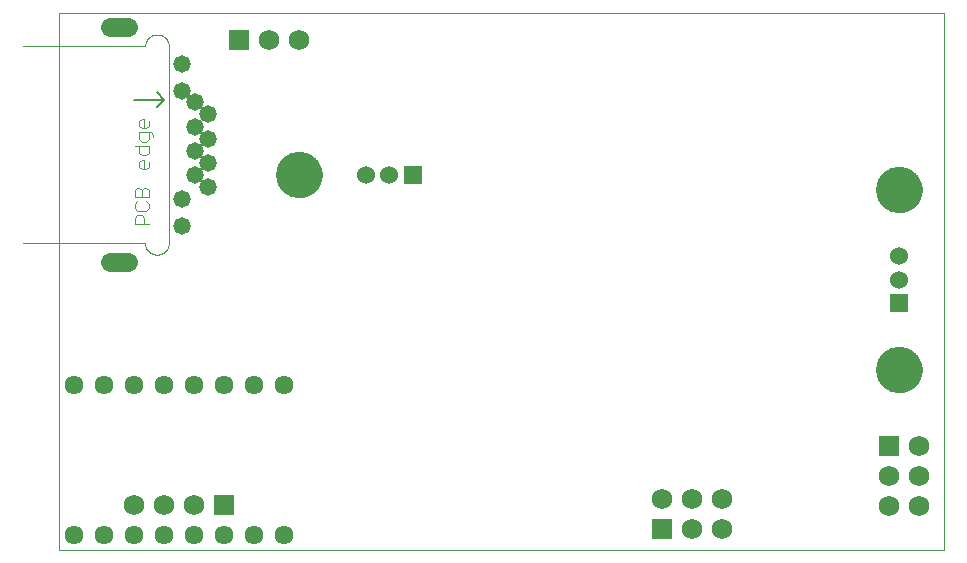
<source format=gbs>
G75*
%MOIN*%
%OFA0B0*%
%FSLAX25Y25*%
%IPPOS*%
%LPD*%
%AMOC8*
5,1,8,0,0,1.08239X$1,22.5*
%
%ADD10C,0.00000*%
%ADD11C,0.15350*%
%ADD12R,0.05950X0.05950*%
%ADD13C,0.06000*%
%ADD14C,0.06306*%
%ADD15C,0.05800*%
%ADD16C,0.00100*%
%ADD17C,0.00500*%
%ADD18C,0.00400*%
%ADD19R,0.06900X0.06900*%
%ADD20C,0.06900*%
%ADD21C,0.06343*%
D10*
X0013250Y0007846D02*
X0013250Y0186547D01*
X0308171Y0186547D01*
X0308171Y0007846D01*
X0013250Y0007846D01*
X0085775Y0132846D02*
X0085777Y0133029D01*
X0085784Y0133213D01*
X0085795Y0133396D01*
X0085811Y0133579D01*
X0085831Y0133761D01*
X0085856Y0133943D01*
X0085885Y0134124D01*
X0085919Y0134304D01*
X0085957Y0134484D01*
X0085999Y0134662D01*
X0086046Y0134840D01*
X0086097Y0135016D01*
X0086152Y0135191D01*
X0086212Y0135364D01*
X0086276Y0135536D01*
X0086344Y0135707D01*
X0086416Y0135875D01*
X0086493Y0136042D01*
X0086573Y0136207D01*
X0086658Y0136370D01*
X0086746Y0136530D01*
X0086838Y0136689D01*
X0086935Y0136845D01*
X0087035Y0136999D01*
X0087139Y0137150D01*
X0087246Y0137299D01*
X0087357Y0137445D01*
X0087472Y0137588D01*
X0087590Y0137728D01*
X0087711Y0137866D01*
X0087836Y0138000D01*
X0087964Y0138132D01*
X0088096Y0138260D01*
X0088230Y0138385D01*
X0088368Y0138506D01*
X0088508Y0138624D01*
X0088651Y0138739D01*
X0088797Y0138850D01*
X0088946Y0138957D01*
X0089097Y0139061D01*
X0089251Y0139161D01*
X0089407Y0139258D01*
X0089566Y0139350D01*
X0089726Y0139438D01*
X0089889Y0139523D01*
X0090054Y0139603D01*
X0090221Y0139680D01*
X0090389Y0139752D01*
X0090560Y0139820D01*
X0090732Y0139884D01*
X0090905Y0139944D01*
X0091080Y0139999D01*
X0091256Y0140050D01*
X0091434Y0140097D01*
X0091612Y0140139D01*
X0091792Y0140177D01*
X0091972Y0140211D01*
X0092153Y0140240D01*
X0092335Y0140265D01*
X0092517Y0140285D01*
X0092700Y0140301D01*
X0092883Y0140312D01*
X0093067Y0140319D01*
X0093250Y0140321D01*
X0093433Y0140319D01*
X0093617Y0140312D01*
X0093800Y0140301D01*
X0093983Y0140285D01*
X0094165Y0140265D01*
X0094347Y0140240D01*
X0094528Y0140211D01*
X0094708Y0140177D01*
X0094888Y0140139D01*
X0095066Y0140097D01*
X0095244Y0140050D01*
X0095420Y0139999D01*
X0095595Y0139944D01*
X0095768Y0139884D01*
X0095940Y0139820D01*
X0096111Y0139752D01*
X0096279Y0139680D01*
X0096446Y0139603D01*
X0096611Y0139523D01*
X0096774Y0139438D01*
X0096934Y0139350D01*
X0097093Y0139258D01*
X0097249Y0139161D01*
X0097403Y0139061D01*
X0097554Y0138957D01*
X0097703Y0138850D01*
X0097849Y0138739D01*
X0097992Y0138624D01*
X0098132Y0138506D01*
X0098270Y0138385D01*
X0098404Y0138260D01*
X0098536Y0138132D01*
X0098664Y0138000D01*
X0098789Y0137866D01*
X0098910Y0137728D01*
X0099028Y0137588D01*
X0099143Y0137445D01*
X0099254Y0137299D01*
X0099361Y0137150D01*
X0099465Y0136999D01*
X0099565Y0136845D01*
X0099662Y0136689D01*
X0099754Y0136530D01*
X0099842Y0136370D01*
X0099927Y0136207D01*
X0100007Y0136042D01*
X0100084Y0135875D01*
X0100156Y0135707D01*
X0100224Y0135536D01*
X0100288Y0135364D01*
X0100348Y0135191D01*
X0100403Y0135016D01*
X0100454Y0134840D01*
X0100501Y0134662D01*
X0100543Y0134484D01*
X0100581Y0134304D01*
X0100615Y0134124D01*
X0100644Y0133943D01*
X0100669Y0133761D01*
X0100689Y0133579D01*
X0100705Y0133396D01*
X0100716Y0133213D01*
X0100723Y0133029D01*
X0100725Y0132846D01*
X0100723Y0132663D01*
X0100716Y0132479D01*
X0100705Y0132296D01*
X0100689Y0132113D01*
X0100669Y0131931D01*
X0100644Y0131749D01*
X0100615Y0131568D01*
X0100581Y0131388D01*
X0100543Y0131208D01*
X0100501Y0131030D01*
X0100454Y0130852D01*
X0100403Y0130676D01*
X0100348Y0130501D01*
X0100288Y0130328D01*
X0100224Y0130156D01*
X0100156Y0129985D01*
X0100084Y0129817D01*
X0100007Y0129650D01*
X0099927Y0129485D01*
X0099842Y0129322D01*
X0099754Y0129162D01*
X0099662Y0129003D01*
X0099565Y0128847D01*
X0099465Y0128693D01*
X0099361Y0128542D01*
X0099254Y0128393D01*
X0099143Y0128247D01*
X0099028Y0128104D01*
X0098910Y0127964D01*
X0098789Y0127826D01*
X0098664Y0127692D01*
X0098536Y0127560D01*
X0098404Y0127432D01*
X0098270Y0127307D01*
X0098132Y0127186D01*
X0097992Y0127068D01*
X0097849Y0126953D01*
X0097703Y0126842D01*
X0097554Y0126735D01*
X0097403Y0126631D01*
X0097249Y0126531D01*
X0097093Y0126434D01*
X0096934Y0126342D01*
X0096774Y0126254D01*
X0096611Y0126169D01*
X0096446Y0126089D01*
X0096279Y0126012D01*
X0096111Y0125940D01*
X0095940Y0125872D01*
X0095768Y0125808D01*
X0095595Y0125748D01*
X0095420Y0125693D01*
X0095244Y0125642D01*
X0095066Y0125595D01*
X0094888Y0125553D01*
X0094708Y0125515D01*
X0094528Y0125481D01*
X0094347Y0125452D01*
X0094165Y0125427D01*
X0093983Y0125407D01*
X0093800Y0125391D01*
X0093617Y0125380D01*
X0093433Y0125373D01*
X0093250Y0125371D01*
X0093067Y0125373D01*
X0092883Y0125380D01*
X0092700Y0125391D01*
X0092517Y0125407D01*
X0092335Y0125427D01*
X0092153Y0125452D01*
X0091972Y0125481D01*
X0091792Y0125515D01*
X0091612Y0125553D01*
X0091434Y0125595D01*
X0091256Y0125642D01*
X0091080Y0125693D01*
X0090905Y0125748D01*
X0090732Y0125808D01*
X0090560Y0125872D01*
X0090389Y0125940D01*
X0090221Y0126012D01*
X0090054Y0126089D01*
X0089889Y0126169D01*
X0089726Y0126254D01*
X0089566Y0126342D01*
X0089407Y0126434D01*
X0089251Y0126531D01*
X0089097Y0126631D01*
X0088946Y0126735D01*
X0088797Y0126842D01*
X0088651Y0126953D01*
X0088508Y0127068D01*
X0088368Y0127186D01*
X0088230Y0127307D01*
X0088096Y0127432D01*
X0087964Y0127560D01*
X0087836Y0127692D01*
X0087711Y0127826D01*
X0087590Y0127964D01*
X0087472Y0128104D01*
X0087357Y0128247D01*
X0087246Y0128393D01*
X0087139Y0128542D01*
X0087035Y0128693D01*
X0086935Y0128847D01*
X0086838Y0129003D01*
X0086746Y0129162D01*
X0086658Y0129322D01*
X0086573Y0129485D01*
X0086493Y0129650D01*
X0086416Y0129817D01*
X0086344Y0129985D01*
X0086276Y0130156D01*
X0086212Y0130328D01*
X0086152Y0130501D01*
X0086097Y0130676D01*
X0086046Y0130852D01*
X0085999Y0131030D01*
X0085957Y0131208D01*
X0085919Y0131388D01*
X0085885Y0131568D01*
X0085856Y0131749D01*
X0085831Y0131931D01*
X0085811Y0132113D01*
X0085795Y0132296D01*
X0085784Y0132479D01*
X0085777Y0132663D01*
X0085775Y0132846D01*
X0285775Y0127846D02*
X0285777Y0128029D01*
X0285784Y0128213D01*
X0285795Y0128396D01*
X0285811Y0128579D01*
X0285831Y0128761D01*
X0285856Y0128943D01*
X0285885Y0129124D01*
X0285919Y0129304D01*
X0285957Y0129484D01*
X0285999Y0129662D01*
X0286046Y0129840D01*
X0286097Y0130016D01*
X0286152Y0130191D01*
X0286212Y0130364D01*
X0286276Y0130536D01*
X0286344Y0130707D01*
X0286416Y0130875D01*
X0286493Y0131042D01*
X0286573Y0131207D01*
X0286658Y0131370D01*
X0286746Y0131530D01*
X0286838Y0131689D01*
X0286935Y0131845D01*
X0287035Y0131999D01*
X0287139Y0132150D01*
X0287246Y0132299D01*
X0287357Y0132445D01*
X0287472Y0132588D01*
X0287590Y0132728D01*
X0287711Y0132866D01*
X0287836Y0133000D01*
X0287964Y0133132D01*
X0288096Y0133260D01*
X0288230Y0133385D01*
X0288368Y0133506D01*
X0288508Y0133624D01*
X0288651Y0133739D01*
X0288797Y0133850D01*
X0288946Y0133957D01*
X0289097Y0134061D01*
X0289251Y0134161D01*
X0289407Y0134258D01*
X0289566Y0134350D01*
X0289726Y0134438D01*
X0289889Y0134523D01*
X0290054Y0134603D01*
X0290221Y0134680D01*
X0290389Y0134752D01*
X0290560Y0134820D01*
X0290732Y0134884D01*
X0290905Y0134944D01*
X0291080Y0134999D01*
X0291256Y0135050D01*
X0291434Y0135097D01*
X0291612Y0135139D01*
X0291792Y0135177D01*
X0291972Y0135211D01*
X0292153Y0135240D01*
X0292335Y0135265D01*
X0292517Y0135285D01*
X0292700Y0135301D01*
X0292883Y0135312D01*
X0293067Y0135319D01*
X0293250Y0135321D01*
X0293433Y0135319D01*
X0293617Y0135312D01*
X0293800Y0135301D01*
X0293983Y0135285D01*
X0294165Y0135265D01*
X0294347Y0135240D01*
X0294528Y0135211D01*
X0294708Y0135177D01*
X0294888Y0135139D01*
X0295066Y0135097D01*
X0295244Y0135050D01*
X0295420Y0134999D01*
X0295595Y0134944D01*
X0295768Y0134884D01*
X0295940Y0134820D01*
X0296111Y0134752D01*
X0296279Y0134680D01*
X0296446Y0134603D01*
X0296611Y0134523D01*
X0296774Y0134438D01*
X0296934Y0134350D01*
X0297093Y0134258D01*
X0297249Y0134161D01*
X0297403Y0134061D01*
X0297554Y0133957D01*
X0297703Y0133850D01*
X0297849Y0133739D01*
X0297992Y0133624D01*
X0298132Y0133506D01*
X0298270Y0133385D01*
X0298404Y0133260D01*
X0298536Y0133132D01*
X0298664Y0133000D01*
X0298789Y0132866D01*
X0298910Y0132728D01*
X0299028Y0132588D01*
X0299143Y0132445D01*
X0299254Y0132299D01*
X0299361Y0132150D01*
X0299465Y0131999D01*
X0299565Y0131845D01*
X0299662Y0131689D01*
X0299754Y0131530D01*
X0299842Y0131370D01*
X0299927Y0131207D01*
X0300007Y0131042D01*
X0300084Y0130875D01*
X0300156Y0130707D01*
X0300224Y0130536D01*
X0300288Y0130364D01*
X0300348Y0130191D01*
X0300403Y0130016D01*
X0300454Y0129840D01*
X0300501Y0129662D01*
X0300543Y0129484D01*
X0300581Y0129304D01*
X0300615Y0129124D01*
X0300644Y0128943D01*
X0300669Y0128761D01*
X0300689Y0128579D01*
X0300705Y0128396D01*
X0300716Y0128213D01*
X0300723Y0128029D01*
X0300725Y0127846D01*
X0300723Y0127663D01*
X0300716Y0127479D01*
X0300705Y0127296D01*
X0300689Y0127113D01*
X0300669Y0126931D01*
X0300644Y0126749D01*
X0300615Y0126568D01*
X0300581Y0126388D01*
X0300543Y0126208D01*
X0300501Y0126030D01*
X0300454Y0125852D01*
X0300403Y0125676D01*
X0300348Y0125501D01*
X0300288Y0125328D01*
X0300224Y0125156D01*
X0300156Y0124985D01*
X0300084Y0124817D01*
X0300007Y0124650D01*
X0299927Y0124485D01*
X0299842Y0124322D01*
X0299754Y0124162D01*
X0299662Y0124003D01*
X0299565Y0123847D01*
X0299465Y0123693D01*
X0299361Y0123542D01*
X0299254Y0123393D01*
X0299143Y0123247D01*
X0299028Y0123104D01*
X0298910Y0122964D01*
X0298789Y0122826D01*
X0298664Y0122692D01*
X0298536Y0122560D01*
X0298404Y0122432D01*
X0298270Y0122307D01*
X0298132Y0122186D01*
X0297992Y0122068D01*
X0297849Y0121953D01*
X0297703Y0121842D01*
X0297554Y0121735D01*
X0297403Y0121631D01*
X0297249Y0121531D01*
X0297093Y0121434D01*
X0296934Y0121342D01*
X0296774Y0121254D01*
X0296611Y0121169D01*
X0296446Y0121089D01*
X0296279Y0121012D01*
X0296111Y0120940D01*
X0295940Y0120872D01*
X0295768Y0120808D01*
X0295595Y0120748D01*
X0295420Y0120693D01*
X0295244Y0120642D01*
X0295066Y0120595D01*
X0294888Y0120553D01*
X0294708Y0120515D01*
X0294528Y0120481D01*
X0294347Y0120452D01*
X0294165Y0120427D01*
X0293983Y0120407D01*
X0293800Y0120391D01*
X0293617Y0120380D01*
X0293433Y0120373D01*
X0293250Y0120371D01*
X0293067Y0120373D01*
X0292883Y0120380D01*
X0292700Y0120391D01*
X0292517Y0120407D01*
X0292335Y0120427D01*
X0292153Y0120452D01*
X0291972Y0120481D01*
X0291792Y0120515D01*
X0291612Y0120553D01*
X0291434Y0120595D01*
X0291256Y0120642D01*
X0291080Y0120693D01*
X0290905Y0120748D01*
X0290732Y0120808D01*
X0290560Y0120872D01*
X0290389Y0120940D01*
X0290221Y0121012D01*
X0290054Y0121089D01*
X0289889Y0121169D01*
X0289726Y0121254D01*
X0289566Y0121342D01*
X0289407Y0121434D01*
X0289251Y0121531D01*
X0289097Y0121631D01*
X0288946Y0121735D01*
X0288797Y0121842D01*
X0288651Y0121953D01*
X0288508Y0122068D01*
X0288368Y0122186D01*
X0288230Y0122307D01*
X0288096Y0122432D01*
X0287964Y0122560D01*
X0287836Y0122692D01*
X0287711Y0122826D01*
X0287590Y0122964D01*
X0287472Y0123104D01*
X0287357Y0123247D01*
X0287246Y0123393D01*
X0287139Y0123542D01*
X0287035Y0123693D01*
X0286935Y0123847D01*
X0286838Y0124003D01*
X0286746Y0124162D01*
X0286658Y0124322D01*
X0286573Y0124485D01*
X0286493Y0124650D01*
X0286416Y0124817D01*
X0286344Y0124985D01*
X0286276Y0125156D01*
X0286212Y0125328D01*
X0286152Y0125501D01*
X0286097Y0125676D01*
X0286046Y0125852D01*
X0285999Y0126030D01*
X0285957Y0126208D01*
X0285919Y0126388D01*
X0285885Y0126568D01*
X0285856Y0126749D01*
X0285831Y0126931D01*
X0285811Y0127113D01*
X0285795Y0127296D01*
X0285784Y0127479D01*
X0285777Y0127663D01*
X0285775Y0127846D01*
X0285775Y0067846D02*
X0285777Y0068029D01*
X0285784Y0068213D01*
X0285795Y0068396D01*
X0285811Y0068579D01*
X0285831Y0068761D01*
X0285856Y0068943D01*
X0285885Y0069124D01*
X0285919Y0069304D01*
X0285957Y0069484D01*
X0285999Y0069662D01*
X0286046Y0069840D01*
X0286097Y0070016D01*
X0286152Y0070191D01*
X0286212Y0070364D01*
X0286276Y0070536D01*
X0286344Y0070707D01*
X0286416Y0070875D01*
X0286493Y0071042D01*
X0286573Y0071207D01*
X0286658Y0071370D01*
X0286746Y0071530D01*
X0286838Y0071689D01*
X0286935Y0071845D01*
X0287035Y0071999D01*
X0287139Y0072150D01*
X0287246Y0072299D01*
X0287357Y0072445D01*
X0287472Y0072588D01*
X0287590Y0072728D01*
X0287711Y0072866D01*
X0287836Y0073000D01*
X0287964Y0073132D01*
X0288096Y0073260D01*
X0288230Y0073385D01*
X0288368Y0073506D01*
X0288508Y0073624D01*
X0288651Y0073739D01*
X0288797Y0073850D01*
X0288946Y0073957D01*
X0289097Y0074061D01*
X0289251Y0074161D01*
X0289407Y0074258D01*
X0289566Y0074350D01*
X0289726Y0074438D01*
X0289889Y0074523D01*
X0290054Y0074603D01*
X0290221Y0074680D01*
X0290389Y0074752D01*
X0290560Y0074820D01*
X0290732Y0074884D01*
X0290905Y0074944D01*
X0291080Y0074999D01*
X0291256Y0075050D01*
X0291434Y0075097D01*
X0291612Y0075139D01*
X0291792Y0075177D01*
X0291972Y0075211D01*
X0292153Y0075240D01*
X0292335Y0075265D01*
X0292517Y0075285D01*
X0292700Y0075301D01*
X0292883Y0075312D01*
X0293067Y0075319D01*
X0293250Y0075321D01*
X0293433Y0075319D01*
X0293617Y0075312D01*
X0293800Y0075301D01*
X0293983Y0075285D01*
X0294165Y0075265D01*
X0294347Y0075240D01*
X0294528Y0075211D01*
X0294708Y0075177D01*
X0294888Y0075139D01*
X0295066Y0075097D01*
X0295244Y0075050D01*
X0295420Y0074999D01*
X0295595Y0074944D01*
X0295768Y0074884D01*
X0295940Y0074820D01*
X0296111Y0074752D01*
X0296279Y0074680D01*
X0296446Y0074603D01*
X0296611Y0074523D01*
X0296774Y0074438D01*
X0296934Y0074350D01*
X0297093Y0074258D01*
X0297249Y0074161D01*
X0297403Y0074061D01*
X0297554Y0073957D01*
X0297703Y0073850D01*
X0297849Y0073739D01*
X0297992Y0073624D01*
X0298132Y0073506D01*
X0298270Y0073385D01*
X0298404Y0073260D01*
X0298536Y0073132D01*
X0298664Y0073000D01*
X0298789Y0072866D01*
X0298910Y0072728D01*
X0299028Y0072588D01*
X0299143Y0072445D01*
X0299254Y0072299D01*
X0299361Y0072150D01*
X0299465Y0071999D01*
X0299565Y0071845D01*
X0299662Y0071689D01*
X0299754Y0071530D01*
X0299842Y0071370D01*
X0299927Y0071207D01*
X0300007Y0071042D01*
X0300084Y0070875D01*
X0300156Y0070707D01*
X0300224Y0070536D01*
X0300288Y0070364D01*
X0300348Y0070191D01*
X0300403Y0070016D01*
X0300454Y0069840D01*
X0300501Y0069662D01*
X0300543Y0069484D01*
X0300581Y0069304D01*
X0300615Y0069124D01*
X0300644Y0068943D01*
X0300669Y0068761D01*
X0300689Y0068579D01*
X0300705Y0068396D01*
X0300716Y0068213D01*
X0300723Y0068029D01*
X0300725Y0067846D01*
X0300723Y0067663D01*
X0300716Y0067479D01*
X0300705Y0067296D01*
X0300689Y0067113D01*
X0300669Y0066931D01*
X0300644Y0066749D01*
X0300615Y0066568D01*
X0300581Y0066388D01*
X0300543Y0066208D01*
X0300501Y0066030D01*
X0300454Y0065852D01*
X0300403Y0065676D01*
X0300348Y0065501D01*
X0300288Y0065328D01*
X0300224Y0065156D01*
X0300156Y0064985D01*
X0300084Y0064817D01*
X0300007Y0064650D01*
X0299927Y0064485D01*
X0299842Y0064322D01*
X0299754Y0064162D01*
X0299662Y0064003D01*
X0299565Y0063847D01*
X0299465Y0063693D01*
X0299361Y0063542D01*
X0299254Y0063393D01*
X0299143Y0063247D01*
X0299028Y0063104D01*
X0298910Y0062964D01*
X0298789Y0062826D01*
X0298664Y0062692D01*
X0298536Y0062560D01*
X0298404Y0062432D01*
X0298270Y0062307D01*
X0298132Y0062186D01*
X0297992Y0062068D01*
X0297849Y0061953D01*
X0297703Y0061842D01*
X0297554Y0061735D01*
X0297403Y0061631D01*
X0297249Y0061531D01*
X0297093Y0061434D01*
X0296934Y0061342D01*
X0296774Y0061254D01*
X0296611Y0061169D01*
X0296446Y0061089D01*
X0296279Y0061012D01*
X0296111Y0060940D01*
X0295940Y0060872D01*
X0295768Y0060808D01*
X0295595Y0060748D01*
X0295420Y0060693D01*
X0295244Y0060642D01*
X0295066Y0060595D01*
X0294888Y0060553D01*
X0294708Y0060515D01*
X0294528Y0060481D01*
X0294347Y0060452D01*
X0294165Y0060427D01*
X0293983Y0060407D01*
X0293800Y0060391D01*
X0293617Y0060380D01*
X0293433Y0060373D01*
X0293250Y0060371D01*
X0293067Y0060373D01*
X0292883Y0060380D01*
X0292700Y0060391D01*
X0292517Y0060407D01*
X0292335Y0060427D01*
X0292153Y0060452D01*
X0291972Y0060481D01*
X0291792Y0060515D01*
X0291612Y0060553D01*
X0291434Y0060595D01*
X0291256Y0060642D01*
X0291080Y0060693D01*
X0290905Y0060748D01*
X0290732Y0060808D01*
X0290560Y0060872D01*
X0290389Y0060940D01*
X0290221Y0061012D01*
X0290054Y0061089D01*
X0289889Y0061169D01*
X0289726Y0061254D01*
X0289566Y0061342D01*
X0289407Y0061434D01*
X0289251Y0061531D01*
X0289097Y0061631D01*
X0288946Y0061735D01*
X0288797Y0061842D01*
X0288651Y0061953D01*
X0288508Y0062068D01*
X0288368Y0062186D01*
X0288230Y0062307D01*
X0288096Y0062432D01*
X0287964Y0062560D01*
X0287836Y0062692D01*
X0287711Y0062826D01*
X0287590Y0062964D01*
X0287472Y0063104D01*
X0287357Y0063247D01*
X0287246Y0063393D01*
X0287139Y0063542D01*
X0287035Y0063693D01*
X0286935Y0063847D01*
X0286838Y0064003D01*
X0286746Y0064162D01*
X0286658Y0064322D01*
X0286573Y0064485D01*
X0286493Y0064650D01*
X0286416Y0064817D01*
X0286344Y0064985D01*
X0286276Y0065156D01*
X0286212Y0065328D01*
X0286152Y0065501D01*
X0286097Y0065676D01*
X0286046Y0065852D01*
X0285999Y0066030D01*
X0285957Y0066208D01*
X0285919Y0066388D01*
X0285885Y0066568D01*
X0285856Y0066749D01*
X0285831Y0066931D01*
X0285811Y0067113D01*
X0285795Y0067296D01*
X0285784Y0067479D01*
X0285777Y0067663D01*
X0285775Y0067846D01*
D11*
X0293250Y0067846D03*
X0293250Y0127846D03*
X0093250Y0132846D03*
D12*
X0131124Y0132846D03*
X0293250Y0089972D03*
D13*
X0293250Y0097846D03*
X0293250Y0105720D03*
X0123250Y0132846D03*
X0115376Y0132846D03*
D14*
X0036203Y0103791D02*
X0030297Y0103791D01*
X0030297Y0181901D02*
X0036203Y0181901D01*
D15*
X0054195Y0169854D03*
X0054195Y0160838D03*
X0058447Y0156901D03*
X0062778Y0152885D03*
X0058447Y0148870D03*
X0062778Y0144854D03*
X0058447Y0140838D03*
X0062778Y0136822D03*
X0058447Y0132807D03*
X0062778Y0128791D03*
X0054195Y0124854D03*
X0054195Y0115838D03*
D16*
X0049785Y0110087D02*
X0049785Y0175611D01*
X0049786Y0175611D02*
X0049784Y0175734D01*
X0049778Y0175858D01*
X0049769Y0175981D01*
X0049755Y0176103D01*
X0049738Y0176225D01*
X0049716Y0176347D01*
X0049691Y0176468D01*
X0049663Y0176588D01*
X0049630Y0176707D01*
X0049594Y0176825D01*
X0049554Y0176942D01*
X0049510Y0177057D01*
X0049463Y0177171D01*
X0049412Y0177283D01*
X0049358Y0177394D01*
X0049300Y0177503D01*
X0049239Y0177611D01*
X0049175Y0177716D01*
X0049107Y0177819D01*
X0049036Y0177920D01*
X0048962Y0178018D01*
X0048885Y0178115D01*
X0048804Y0178209D01*
X0048721Y0178300D01*
X0048636Y0178389D01*
X0048547Y0178474D01*
X0048456Y0178557D01*
X0048362Y0178638D01*
X0048265Y0178715D01*
X0048167Y0178789D01*
X0048066Y0178860D01*
X0047963Y0178928D01*
X0047858Y0178992D01*
X0047750Y0179053D01*
X0047641Y0179111D01*
X0047530Y0179165D01*
X0047418Y0179216D01*
X0047304Y0179263D01*
X0047189Y0179307D01*
X0047072Y0179347D01*
X0046954Y0179383D01*
X0046835Y0179416D01*
X0046715Y0179444D01*
X0046594Y0179469D01*
X0046472Y0179491D01*
X0046350Y0179508D01*
X0046228Y0179522D01*
X0046105Y0179531D01*
X0045981Y0179537D01*
X0045858Y0179539D01*
X0045848Y0179539D01*
X0045849Y0179539D02*
X0045726Y0179538D01*
X0045603Y0179532D01*
X0045480Y0179523D01*
X0045358Y0179511D01*
X0045236Y0179494D01*
X0045114Y0179473D01*
X0044994Y0179449D01*
X0044874Y0179421D01*
X0044755Y0179389D01*
X0044637Y0179353D01*
X0044521Y0179314D01*
X0044405Y0179271D01*
X0044291Y0179225D01*
X0044179Y0179175D01*
X0044068Y0179121D01*
X0043959Y0179064D01*
X0043852Y0179004D01*
X0043747Y0178940D01*
X0043644Y0178873D01*
X0043543Y0178802D01*
X0043444Y0178729D01*
X0043347Y0178653D01*
X0043253Y0178573D01*
X0043162Y0178491D01*
X0043073Y0178406D01*
X0042987Y0178318D01*
X0042904Y0178227D01*
X0042823Y0178134D01*
X0042746Y0178038D01*
X0042672Y0177940D01*
X0042600Y0177840D01*
X0042532Y0177737D01*
X0042468Y0177633D01*
X0042406Y0177526D01*
X0042348Y0177418D01*
X0042293Y0177308D01*
X0042242Y0177196D01*
X0042194Y0177082D01*
X0042150Y0176967D01*
X0042110Y0176851D01*
X0042073Y0176734D01*
X0042040Y0176615D01*
X0042011Y0176496D01*
X0041985Y0176375D01*
X0041963Y0176254D01*
X0041945Y0176132D01*
X0041931Y0176010D01*
X0041921Y0175888D01*
X0041915Y0175765D01*
X0041912Y0175642D01*
X0041911Y0175641D02*
X0001242Y0175641D01*
X0001242Y0110051D02*
X0041819Y0110051D01*
X0041823Y0109927D01*
X0041831Y0109802D01*
X0041842Y0109678D01*
X0041858Y0109555D01*
X0041878Y0109432D01*
X0041901Y0109310D01*
X0041928Y0109188D01*
X0041959Y0109067D01*
X0041994Y0108948D01*
X0042033Y0108830D01*
X0042075Y0108712D01*
X0042121Y0108597D01*
X0042171Y0108482D01*
X0042224Y0108370D01*
X0042280Y0108259D01*
X0042341Y0108150D01*
X0042404Y0108043D01*
X0042471Y0107938D01*
X0042541Y0107835D01*
X0042614Y0107734D01*
X0042691Y0107636D01*
X0042770Y0107540D01*
X0042853Y0107446D01*
X0042938Y0107356D01*
X0043026Y0107268D01*
X0043117Y0107183D01*
X0043210Y0107100D01*
X0043306Y0107021D01*
X0043405Y0106945D01*
X0043506Y0106872D01*
X0043609Y0106802D01*
X0043714Y0106735D01*
X0043821Y0106672D01*
X0043930Y0106612D01*
X0044041Y0106556D01*
X0044154Y0106503D01*
X0044268Y0106453D01*
X0044384Y0106408D01*
X0044501Y0106366D01*
X0044620Y0106327D01*
X0044740Y0106293D01*
X0044860Y0106262D01*
X0044982Y0106235D01*
X0045104Y0106211D01*
X0045227Y0106192D01*
X0045351Y0106177D01*
X0045475Y0106165D01*
X0045599Y0106157D01*
X0045723Y0106153D01*
X0045848Y0106154D01*
X0045848Y0106153D02*
X0045851Y0106153D01*
X0045975Y0106155D01*
X0046098Y0106161D01*
X0046221Y0106170D01*
X0046344Y0106184D01*
X0046466Y0106201D01*
X0046588Y0106223D01*
X0046709Y0106248D01*
X0046829Y0106277D01*
X0046949Y0106309D01*
X0047067Y0106346D01*
X0047184Y0106386D01*
X0047299Y0106429D01*
X0047413Y0106477D01*
X0047526Y0106527D01*
X0047637Y0106582D01*
X0047746Y0106640D01*
X0047854Y0106701D01*
X0047959Y0106765D01*
X0048062Y0106833D01*
X0048163Y0106904D01*
X0048262Y0106979D01*
X0048359Y0107056D01*
X0048453Y0107136D01*
X0048544Y0107219D01*
X0048633Y0107305D01*
X0048719Y0107394D01*
X0048802Y0107485D01*
X0048882Y0107579D01*
X0048959Y0107676D01*
X0049034Y0107775D01*
X0049105Y0107876D01*
X0049173Y0107979D01*
X0049237Y0108084D01*
X0049298Y0108192D01*
X0049356Y0108301D01*
X0049411Y0108412D01*
X0049461Y0108525D01*
X0049509Y0108639D01*
X0049552Y0108754D01*
X0049592Y0108871D01*
X0049629Y0108989D01*
X0049661Y0109109D01*
X0049690Y0109229D01*
X0049715Y0109350D01*
X0049737Y0109472D01*
X0049754Y0109594D01*
X0049768Y0109717D01*
X0049777Y0109840D01*
X0049783Y0109963D01*
X0049785Y0110087D01*
D17*
X0045750Y0155346D02*
X0048250Y0157846D01*
X0045750Y0160346D01*
X0048250Y0157846D02*
X0038250Y0157846D01*
D18*
X0040748Y0151511D02*
X0041515Y0151511D01*
X0041515Y0148442D01*
X0040748Y0148442D02*
X0039981Y0149209D01*
X0039981Y0150744D01*
X0040748Y0151511D01*
X0043050Y0150744D02*
X0043050Y0149209D01*
X0042283Y0148442D01*
X0040748Y0148442D01*
X0039981Y0146907D02*
X0039981Y0144605D01*
X0040748Y0143838D01*
X0042283Y0143838D01*
X0043050Y0144605D01*
X0043050Y0146907D01*
X0043817Y0146907D02*
X0039981Y0146907D01*
X0043817Y0146907D02*
X0044585Y0146140D01*
X0044585Y0145373D01*
X0043050Y0142303D02*
X0038446Y0142303D01*
X0039981Y0142303D02*
X0039981Y0140001D01*
X0040748Y0139234D01*
X0042283Y0139234D01*
X0043050Y0140001D01*
X0043050Y0142303D01*
X0041515Y0137700D02*
X0041515Y0134630D01*
X0040748Y0134630D02*
X0039981Y0135398D01*
X0039981Y0136932D01*
X0040748Y0137700D01*
X0041515Y0137700D01*
X0043050Y0136932D02*
X0043050Y0135398D01*
X0042283Y0134630D01*
X0040748Y0134630D01*
X0039981Y0128492D02*
X0040748Y0127724D01*
X0040748Y0125422D01*
X0039213Y0123888D02*
X0038446Y0123120D01*
X0038446Y0121586D01*
X0039213Y0120818D01*
X0042283Y0120818D01*
X0043050Y0121586D01*
X0043050Y0123120D01*
X0042283Y0123888D01*
X0043050Y0125422D02*
X0038446Y0125422D01*
X0038446Y0127724D01*
X0039213Y0128492D01*
X0039981Y0128492D01*
X0040748Y0127724D02*
X0041515Y0128492D01*
X0042283Y0128492D01*
X0043050Y0127724D01*
X0043050Y0125422D01*
X0040748Y0119284D02*
X0039213Y0119284D01*
X0038446Y0118516D01*
X0038446Y0116215D01*
X0043050Y0116215D01*
X0041515Y0116215D02*
X0041515Y0118516D01*
X0040748Y0119284D01*
D19*
X0073250Y0177846D03*
X0289750Y0042346D03*
X0214250Y0014846D03*
X0068250Y0022846D03*
D20*
X0058250Y0022846D03*
X0048250Y0022846D03*
X0038250Y0022846D03*
X0214250Y0024846D03*
X0224250Y0024846D03*
X0234250Y0024846D03*
X0234250Y0014846D03*
X0224250Y0014846D03*
X0289750Y0022346D03*
X0299750Y0022346D03*
X0299750Y0032346D03*
X0289750Y0032346D03*
X0299750Y0042346D03*
X0093250Y0177846D03*
X0083250Y0177846D03*
D21*
X0078250Y0062846D03*
X0068250Y0062846D03*
X0058250Y0062846D03*
X0048250Y0062846D03*
X0038250Y0062846D03*
X0028250Y0062846D03*
X0018250Y0062846D03*
X0088250Y0062846D03*
X0088250Y0012846D03*
X0078250Y0012846D03*
X0068250Y0012846D03*
X0058250Y0012846D03*
X0048250Y0012846D03*
X0038250Y0012846D03*
X0028250Y0012846D03*
X0018250Y0012846D03*
M02*

</source>
